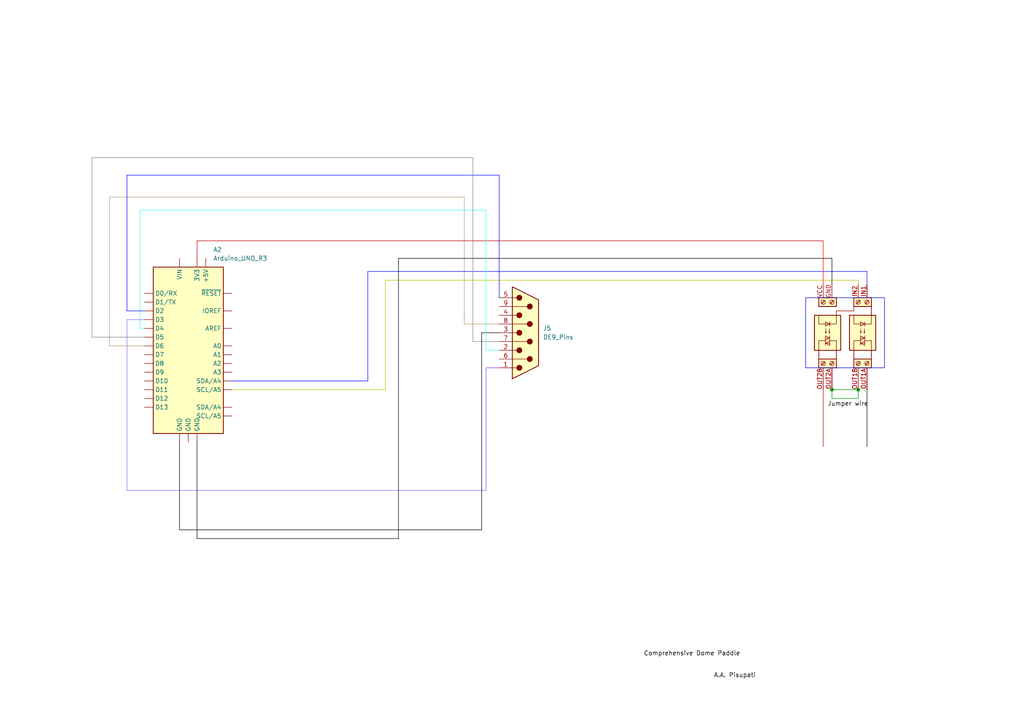
<source format=kicad_sch>
(kicad_sch (version 20250114) (generator "eeschema") (generator_version "9.0")
  (paper "A4")
  (lib_symbols
    (symbol "Arduino_UNO_R3_1" (pin_numbers (hide yes))
      (property "Reference" "A" (at -10.16 23.495 0))
      (property "Value" "Arduino_UNO_R3" (at 5.08 -26.67 0))
      (symbol "Arduino_UNO_R3_1_0_1"
        (rectangle (start -10.16 22.86) (end 10.16 -25.4) (stroke (width 0.254)) (fill (type background)))
      )
      (symbol "Arduino_UNO_R3_1_1_1"
        (pin bidirectional line (at -12.7 15.24 0) (length 2.54) (name "D0/RX") (number "15"))
        (pin bidirectional line (at -12.7 12.7 0) (length 2.54) (name "D1/TX") (number "16"))
        (pin bidirectional line (at -12.7 10.16 0) (length 2.54) (name "D2") (number "17"))
        (pin bidirectional line (at -12.7 7.62 0) (length 2.54) (name "D3") (number "18"))
        (pin bidirectional line (at -12.7 5.08 0) (length 2.54) (name "D4") (number "19"))
        (pin bidirectional line (at -12.7 2.54 0) (length 2.54) (name "D5") (number "20"))
        (pin bidirectional line (at -12.7 0 0) (length 2.54) (name "D6") (number "21"))
        (pin bidirectional line (at -12.7 -2.54 0) (length 2.54) (name "D7") (number "22"))
        (pin bidirectional line (at -12.7 -5.08 0) (length 2.54) (name "D8") (number "23"))
        (pin bidirectional line (at -12.7 -7.62 0) (length 2.54) (name "D9") (number "24"))
        (pin bidirectional line (at -12.7 -10.16 0) (length 2.54) (name "D10") (number "25"))
        (pin bidirectional line (at -12.7 -12.7 0) (length 2.54) (name "D11") (number "26"))
        (pin bidirectional line (at -12.7 -15.24 0) (length 2.54) (name "D12") (number "27"))
        (pin bidirectional line (at -12.7 -17.78 0) (length 2.54) (name "D13") (number "28"))
        (pin no_connect line (at -10.16 -20.32 0) (length 2.54) (hide yes) (name "NC") (number "1"))
        (pin power_in line (at -2.54 25.4 270) (length 2.54) (name "VIN") (number "8"))
        (pin power_in line (at -2.54 -27.94 90) (length 2.54) (name "GND") (number "29"))
        (pin power_in line (at 0 -27.94 90) (length 2.54) (name "GND") (number "6"))
        (pin power_out line (at 2.54 25.4 270) (length 2.54) (name "3V3") (number "4"))
        (pin power_in line (at 2.54 -27.94 90) (length 2.54) (name "GND") (number "7"))
        (pin power_out line (at 5.08 25.4 270) (length 2.54) (name "+5V") (number "5"))
        (pin input line (at 12.7 15.24 180) (length 2.54) (name "~{RESET}") (number "3"))
        (pin output line (at 12.7 10.16 180) (length 2.54) (name "IOREF") (number "2"))
        (pin input line (at 12.7 5.08 180) (length 2.54) (name "AREF") (number "30"))
        (pin bidirectional line (at 12.7 0 180) (length 2.54) (name "A0") (number "9"))
        (pin bidirectional line (at 12.7 -2.54 180) (length 2.54) (name "A1") (number "10"))
        (pin bidirectional line (at 12.7 -5.08 180) (length 2.54) (name "A2") (number "11"))
        (pin bidirectional line (at 12.7 -7.62 180) (length 2.54) (name "A3") (number "12"))
        (pin bidirectional line (at 12.7 -10.16 180) (length 2.54) (name "SDA/A4") (number "13"))
        (pin bidirectional line (at 12.7 -12.7 180) (length 2.54) (name "SCL/A5") (number "14"))
        (pin bidirectional line (at 12.7 -17.78 180) (length 2.54) (name "SDA/A4") (number "31"))
        (pin bidirectional line (at 12.7 -20.32 180) (length 2.54) (name "SCL/A5") (number "32"))
      )
    )
    (symbol "Connector:DE9_Pins" (pin_names (offset 1.016) (hide yes))
      (property "Reference" "J" (at 0 13.97 0))
      (property "Value" "DE9_Pins" (at 0 -14.605 0))
      (symbol "DE9_Pins_0_1"
        (polyline (pts (xy -3.81 10.16) (xy -2.54 10.16)))
        (polyline (pts (xy -3.81 7.62) (xy 0.508 7.62)))
        (polyline (pts (xy -3.81 5.08) (xy -2.54 5.08)))
        (polyline (pts (xy -3.81 2.54) (xy 0.508 2.54)))
        (polyline (pts (xy -3.81 0) (xy -2.54 0)))
        (polyline (pts (xy -3.81 -2.54) (xy 0.508 -2.54)))
        (polyline (pts (xy -3.81 -5.08) (xy -2.54 -5.08)))
        (polyline (pts (xy -3.81 -7.62) (xy 0.508 -7.62)))
        (polyline (pts (xy -3.81 -10.16) (xy -2.54 -10.16)))
        (polyline (pts (xy -3.81 -13.335) (xy -3.81 13.335) (xy 3.81 9.525) (xy 3.81 -9.525) (xy -3.81 -13.335)) (stroke (width 0.254)) (fill (type background)))
        (circle (center -1.778 10.16) (radius 0.762) (fill (type outline)))
        (circle (center -1.778 5.08) (radius 0.762) (fill (type outline)))
        (circle (center -1.778 0) (radius 0.762) (fill (type outline)))
        (circle (center -1.778 -5.08) (radius 0.762) (fill (type outline)))
        (circle (center -1.778 -10.16) (radius 0.762) (fill (type outline)))
        (circle (center 1.27 7.62) (radius 0.762) (fill (type outline)))
        (circle (center 1.27 2.54) (radius 0.762) (fill (type outline)))
        (circle (center 1.27 -2.54) (radius 0.762) (fill (type outline)))
        (circle (center 1.27 -7.62) (radius 0.762) (fill (type outline)))
      )
      (symbol "DE9_Pins_1_1"
        (pin passive line (at -7.62 10.16 0) (length 3.81) (name "5") (number "5"))
        (pin passive line (at -7.62 7.62 0) (length 3.81) (name "9") (number "9"))
        (pin passive line (at -7.62 5.08 0) (length 3.81) (name "4") (number "4"))
        (pin passive line (at -7.62 2.54 0) (length 3.81) (name "8") (number "8"))
        (pin passive line (at -7.62 0 0) (length 3.81) (name "3") (number "3"))
        (pin passive line (at -7.62 -2.54 0) (length 3.81) (name "7") (number "7"))
        (pin passive line (at -7.62 -5.08 0) (length 3.81) (name "2") (number "2"))
        (pin passive line (at -7.62 -7.62 0) (length 3.81) (name "6") (number "6"))
        (pin passive line (at -7.62 -10.16 0) (length 3.81) (name "1") (number "1"))
      )
    )
    (symbol "Connector:Screw_Terminal_01x02" (pin_names (offset 1.016) (hide yes))
      (symbol "Screw_Terminal_01x02_1_1"
        (rectangle (start -1.27 1.27) (end 1.27 -3.81) (stroke (width 0.254)) (fill (type background)))
        (polyline (pts (xy -0.5334 0.3302) (xy 0.3302 -0.508)) (stroke (width 0.1524)))
        (polyline (pts (xy -0.5334 -2.2098) (xy 0.3302 -3.048)) (stroke (width 0.1524)))
        (polyline (pts (xy -0.3556 0.508) (xy 0.508 -0.3302)) (stroke (width 0.1524)))
        (polyline (pts (xy -0.3556 -2.032) (xy 0.508 -2.8702)) (stroke (width 0.1524)))
        (circle (center 0 0) (radius 0.635) (stroke (width 0.1524)))
        (circle (center 0 -2.54) (radius 0.635) (stroke (width 0.1524)))
        (pin passive line (at -7.62 0 0) (length 6.35) (name "Output_1B") (number "OUT1B"))
        (pin passive line (at -7.62 -2.54 0) (length 6.35) (name "Output_1A") (number "OUT1A"))
      )
    )
    (symbol "Relay_SolidState:S102S01"
      (symbol "S102S01_0_1"
        (rectangle (start -5.08 3.81) (end 5.08 -3.81) (stroke (width 0.254)) (fill (type background)))
        (polyline (pts (xy -5.08 2.54) (xy -2.54 2.54) (xy -2.54 -2.54) (xy -5.08 -2.54)))
        (polyline (pts (xy -3.175 -0.635) (xy -1.905 -0.635)))
        (polyline (pts (xy -2.54 -0.635) (xy -3.175 0.635) (xy -1.905 0.635) (xy -2.54 -0.635)))
        (polyline (pts (xy -1.143 0.508) (xy 0.127 0.508) (xy -0.254 0.381) (xy -0.254 0.635) (xy 0.127 0.508)))
        (polyline (pts (xy -1.143 -0.508) (xy 0.127 -0.508) (xy -0.254 -0.635) (xy -0.254 -0.381) (xy 0.127 -0.508)))
        (polyline (pts (xy 0.889 -0.635) (xy 3.683 -0.635) (xy 3.048 0.635) (xy 2.413 -0.635)))
        (polyline (pts (xy 1.524 -0.635) (xy 1.524 0.635)))
        (polyline (pts (xy 2.286 0.635) (xy 2.286 2.54) (xy 5.08 2.54)))
        (polyline (pts (xy 2.286 -0.635) (xy 2.286 -2.54) (xy 5.08 -2.54)))
        (polyline (pts (xy 3.048 0.635) (xy 3.048 -0.635)))
        (polyline (pts (xy 3.683 0.635) (xy 0.889 0.635) (xy 1.524 -0.635) (xy 2.159 0.635)))
      )
      (symbol "S102S01_1_1"
        (pin passive line (at 7.62 2.54 180) (length 2.54) (name "~") (number ""))
        (pin passive line (at 7.62 -2.54 180) (length 2.54) (name "~") (number ""))
      )
    )
    (symbol "S102S01_1"
      (symbol "S102S01_1_0_1"
        (rectangle (start -5.08 3.81) (end 5.08 -3.81) (stroke (width 0.254)) (fill (type background)))
        (polyline (pts (xy -5.08 2.54) (xy -2.54 2.54) (xy -2.54 -2.54) (xy -5.08 -2.54)))
        (polyline (pts (xy -3.175 -0.635) (xy -1.905 -0.635)))
        (polyline (pts (xy -2.54 -0.635) (xy -3.175 0.635) (xy -1.905 0.635) (xy -2.54 -0.635)))
        (polyline (pts (xy -1.143 0.508) (xy 0.127 0.508) (xy -0.254 0.381) (xy -0.254 0.635) (xy 0.127 0.508)))
        (polyline (pts (xy -1.143 -0.508) (xy 0.127 -0.508) (xy -0.254 -0.635) (xy -0.254 -0.381) (xy 0.127 -0.508)))
        (polyline (pts (xy 0.889 -0.635) (xy 3.683 -0.635) (xy 3.048 0.635) (xy 2.413 -0.635)))
        (polyline (pts (xy 1.524 -0.635) (xy 1.524 0.635)))
        (polyline (pts (xy 2.286 0.635) (xy 2.286 2.54) (xy 5.08 2.54)))
        (polyline (pts (xy 2.286 -0.635) (xy 2.286 -2.54) (xy 5.08 -2.54)))
        (polyline (pts (xy 3.048 0.635) (xy 3.048 -0.635)))
        (polyline (pts (xy 3.683 0.635) (xy 0.889 0.635) (xy 1.524 -0.635) (xy 2.159 0.635)))
      )
      (symbol "S102S01_1_1_1"
        (pin passive line (at -7.62 -2.54 0) (length 2.54) (name "~") (number ""))
        (pin passive line (at 7.62 2.54 180) (length 2.54) (name "~") (number ""))
        (pin passive line (at 7.62 -2.54 180) (length 2.54) (name "~") (number ""))
      )
    )
    (symbol "Screw_Terminal_01x02_1" (pin_names (offset 1.016) (hide yes))
      (symbol "Screw_Terminal_01x02_1_1_1"
        (rectangle (start -1.27 1.27) (end 1.27 -3.81) (stroke (width 0.254)) (fill (type background)))
        (polyline (pts (xy -0.5334 0.3302) (xy 0.3302 -0.508)) (stroke (width 0.1524)))
        (polyline (pts (xy -0.5334 -2.2098) (xy 0.3302 -3.048)) (stroke (width 0.1524)))
        (polyline (pts (xy -0.3556 0.508) (xy 0.508 -0.3302)) (stroke (width 0.1524)))
        (polyline (pts (xy -0.3556 -2.032) (xy 0.508 -2.8702)) (stroke (width 0.1524)))
        (circle (center 0 0) (radius 0.635) (stroke (width 0.1524)))
        (circle (center 0 -2.54) (radius 0.635) (stroke (width 0.1524)))
        (pin passive line (at -5.08 0 0) (length 3.81) (name "Input_1") (number "IN1"))
        (pin passive line (at -5.08 -2.54 0) (length 3.81) (name "Input_2") (number "IN2"))
      )
    )
    (symbol "Screw_Terminal_01x02_2" (pin_names (offset 1.016) (hide yes))
      (symbol "Screw_Terminal_01x02_2_1_1"
        (rectangle (start -1.27 1.27) (end 1.27 -3.81) (stroke (width 0.254)) (fill (type background)))
        (polyline (pts (xy -0.5334 0.3302) (xy 0.3302 -0.508)) (stroke (width 0.1524)))
        (polyline (pts (xy -0.5334 -2.2098) (xy 0.3302 -3.048)) (stroke (width 0.1524)))
        (polyline (pts (xy -0.3556 0.508) (xy 0.508 -0.3302)) (stroke (width 0.1524)))
        (polyline (pts (xy -0.3556 -2.032) (xy 0.508 -2.8702)) (stroke (width 0.1524)))
        (circle (center 0 0) (radius 0.635) (stroke (width 0.1524)))
        (circle (center 0 -2.54) (radius 0.635) (stroke (width 0.1524)))
        (pin passive line (at -5.08 0 0) (length 3.81) (name "Ground") (number "GND"))
        (pin passive line (at -5.08 -2.54 0) (length 3.81) (name "Voltage") (number "VCC"))
      )
    )
    (symbol "Screw_Terminal_01x02_3" (pin_names (offset 1.016) (hide yes))
      (symbol "Screw_Terminal_01x02_3_1_1"
        (rectangle (start -1.27 1.27) (end 1.27 -3.81) (stroke (width 0.254)) (fill (type background)))
        (polyline (pts (xy -0.5334 0.3302) (xy 0.3302 -0.508)) (stroke (width 0.1524)))
        (polyline (pts (xy -0.5334 -2.2098) (xy 0.3302 -3.048)) (stroke (width 0.1524)))
        (polyline (pts (xy -0.3556 0.508) (xy 0.508 -0.3302)) (stroke (width 0.1524)))
        (polyline (pts (xy -0.3556 -2.032) (xy 0.508 -2.8702)) (stroke (width 0.1524)))
        (circle (center 0 0) (radius 0.635) (stroke (width 0.1524)))
        (circle (center 0 -2.54) (radius 0.635) (stroke (width 0.1524)))
        (pin passive line (at -7.62 0 0) (length 6.35) (name "Output_2B") (number "OUT2B"))
        (pin passive line (at -7.62 -2.54 0) (length 6.35) (name "Output_2A") (number "OUT2A"))
      )
    )
  )
  (rectangle (start 134.62 92.71) (end 134.62 92.71))
  (rectangle (start 233.68 86.36) (end 256.54 106.68))
  (junction (at 241.3 113.03))
  (junction (at 248.92 113.03))
  (wire (pts (xy 242.57 90.17) (xy 247.65 90.17)) (stroke (width 0) (color 132 0 0 1)))
  (wire (pts (xy 242.57 90.17) (xy 242.57 91.44)) (stroke (width 0) (color 132 0 0 1)))
  (wire (pts (xy 247.65 88.9) (xy 247.65 90.17)) (stroke (width 0) (color 132 0 0 1)))
  (wire (pts (xy 111.76 81.28) (xy 111.76 113.03)) (stroke (width 0) (color 194 194 0 1)))
  (wire (pts (xy 52.07 153.67) (xy 52.07 128.27)) (stroke (width 0) (color 0 0 0 1)))
  (wire (pts (xy 41.91 95.25) (xy 40.64 95.25)) (stroke (width 0) (color 57 255 244 1)))
  (wire (pts (xy 139.7 96.52) (xy 139.7 153.67)) (stroke (width 0) (color 0 0 0 1)))
  (wire (pts (xy 57.15 156.21) (xy 57.15 128.27)) (stroke (width 0) (color 0 0 0 1)))
  (wire (pts (xy 241.3 115.57) (xy 248.92 115.57)))
  (wire (pts (xy 140.97 101.6) (xy 144.78 101.6)) (stroke (width 0) (color 57 255 244 1)))
  (wire (pts (xy 251.46 78.74) (xy 106.68 78.74)) (stroke (width 0) (color 0 0 255 1)))
  (wire (pts (xy 238.76 113.03) (xy 238.76 129.54)) (stroke (width 0) (color 194 0 0 1)))
  (wire (pts (xy 57.15 69.85) (xy 238.76 69.85)) (stroke (width 0) (color 194 0 0 1)))
  (wire (pts (xy 139.7 153.67) (xy 52.07 153.67)) (stroke (width 0) (color 0 0 0 1)))
  (wire (pts (xy 241.3 74.93) (xy 241.3 82.55)) (stroke (width 0) (color 0 0 0 1)))
  (wire (pts (xy 36.83 90.17) (xy 36.83 50.8)) (stroke (width 0) (color 0 0 255 1)))
  (wire (pts (xy 40.64 95.25) (xy 40.64 60.96)) (stroke (width 0) (color 57 255 244 1)))
  (wire (pts (xy 40.64 60.96) (xy 140.97 60.96)) (stroke (width 0) (color 57 255 244 1)))
  (wire (pts (xy 238.76 69.85) (xy 238.76 82.55)) (stroke (width 0) (color 255 0 0 1)))
  (wire (pts (xy 139.7 96.52) (xy 144.78 96.52)) (stroke (width 0) (color 0 0 0 1)))
  (wire (pts (xy 248.92 81.28) (xy 111.76 81.28)) (stroke (width 0) (color 194 194 0 1)))
  (wire (pts (xy 115.57 74.93) (xy 115.57 156.21)) (stroke (width 0) (color 0 0 0 1)))
  (wire (pts (xy 67.31 110.49) (xy 106.68 110.49)) (stroke (width 0) (color 0 0 255 1)))
  (wire (pts (xy 36.83 142.24) (xy 140.97 142.24)) (stroke (width 0) (color 141 101 255 1)))
  (wire (pts (xy 41.91 90.17) (xy 36.83 90.17)) (stroke (width 0) (color 0 0 255 1)))
  (wire (pts (xy 41.91 97.79) (xy 26.67 97.79)) (stroke (width 0) (color 132 132 132 1)))
  (wire (pts (xy 251.46 78.74) (xy 251.46 82.55)) (stroke (width 0) (color 0 0 255 1)))
  (wire (pts (xy 241.3 113.03) (xy 248.92 113.03)))
  (wire (pts (xy 31.75 100.33) (xy 31.75 57.15)) (stroke (width 0.0762) (color 128 77 0 1)))
  (wire (pts (xy 140.97 142.24) (xy 140.97 106.68)) (stroke (width 0) (color 139 72 255 1)))
  (wire (pts (xy 251.46 113.03) (xy 251.46 129.54)) (stroke (width 0) (color 0 0 0 1)))
  (wire (pts (xy 31.75 57.15) (xy 134.62 57.15)) (stroke (width 0.0762) (color 128 77 0 1)))
  (wire (pts (xy 134.62 93.98) (xy 144.78 93.98)) (stroke (width 0.0762) (color 128 77 0 1)))
  (wire (pts (xy 144.78 50.8) (xy 144.78 86.36)) (stroke (width 0) (color 0 0 255 1)))
  (wire (pts (xy 57.15 74.93) (xy 57.15 69.85)) (stroke (width 0) (color 194 0 0 1)))
  (wire (pts (xy 106.68 78.74) (xy 106.68 110.49)) (stroke (width 0) (color 0 0 255 1)))
  (wire (pts (xy 140.97 106.68) (xy 144.78 106.68)) (stroke (width 0) (color 149 58 255 1)))
  (wire (pts (xy 248.92 81.28) (xy 248.92 82.55)) (stroke (width 0) (color 194 194 0 1)))
  (wire (pts (xy 134.62 57.15) (xy 134.62 93.98)) (stroke (width 0.0762) (color 128 77 0 1)))
  (wire (pts (xy 241.3 74.93) (xy 115.57 74.93)) (stroke (width 0) (color 0 0 0 1)))
  (wire (pts (xy 41.91 92.71) (xy 36.83 92.71)) (stroke (width 0) (color 141 101 255 1)))
  (wire (pts (xy 26.67 97.79) (xy 26.67 45.72)) (stroke (width 0) (color 132 132 132 1)))
  (wire (pts (xy 26.67 45.72) (xy 137.16 45.72)) (stroke (width 0) (color 132 132 132 1)))
  (wire (pts (xy 41.91 100.33) (xy 31.75 100.33)) (stroke (width 0.0762) (color 128 77 0 1)))
  (wire (pts (xy 137.16 99.06) (xy 144.78 99.06)) (stroke (width 0) (color 132 132 132 1)))
  (wire (pts (xy 140.97 60.96) (xy 140.97 101.6)) (stroke (width 0) (color 57 255 244 1)))
  (wire (pts (xy 241.3 113.03) (xy 241.3 115.57)))
  (wire (pts (xy 248.92 115.57) (xy 248.92 113.03)))
  (wire (pts (xy 137.16 45.72) (xy 137.16 99.06)) (stroke (width 0) (color 132 132 132 1)))
  (wire (pts (xy 36.83 50.8) (xy 144.78 50.8)) (stroke (width 0) (color 0 0 255 1)))
  (wire (pts (xy 36.83 92.71) (xy 36.83 142.24)) (stroke (width 0) (color 141 101 255 1)))
  (wire (pts (xy 115.57 156.21) (xy 57.15 156.21)) (stroke (width 0) (color 0 0 0 1)))
  (wire (pts (xy 111.76 113.03) (xy 67.31 113.03)) (stroke (width 0) (color 194 194 0 1)))
  (label "A.A. Pisupati" (at 207.01 196.85 0))
  (label "Jumper wire" (at 240.03 118.11 0))
  (label "" (at 251.46 120.65 0))
  (label "Comprehensive Dome Paddle" (at 186.69 190.5 0))
  (label "" (at 251.46 119.38 0))
  (symbol (lib_name "Arduino_UNO_R3_1") (lib_id "MCU_Module:Arduino_UNO_R3") (at 54.61 100.33 0) (unit 1)
    (property "Reference" "A2" (at 61.8333 72.39 0) (effects (justify left)))
    (property "Value" "Arduino_UNO_R3" (at 61.8333 74.93 0) (effects (justify left)))
    (property "Footprint" "Module:Arduino_UNO_R3" (effects (hide yes)))
    (property "Datasheet" "https://www.arduino.cc/en/Main/arduinoBoardUno" (effects (hide yes)))
    (property "Description" "Arduino UNO Microcontroller Module, release 3" (effects (hide yes)))
  )
  (symbol (lib_name "S102S01_1") (lib_id "Relay_SolidState:S102S01") (at 250.19 96.52 90) (mirror x) (unit 1)
    (property "Reference" "U2" (effects (hide yes)))
    (property "Value" "S102S01" (effects (hide yes)))
    (property "Footprint" "Package_SIP:SIP4_Sharp-SSR_P7.62mm_Straight" (effects (hide yes)))
    (property "Datasheet" "http://www.sharp-world.com/products/device/lineup/data/pdf/datasheet/s102s01_e.pdf" (effects (hide yes)))
    (property "Description" "Random Phase Opto-Triac, Vdrm 400V, Ift 8mA, IT 8A" (effects (hide yes)))
  )
  (symbol (lib_name "Screw_Terminal_01x02_2") (lib_id "Connector:Screw_Terminal_01x02") (at 241.3 87.63 270) (unit 1)
    (property "Reference" "J1" (effects (hide yes)))
    (property "Value" "Screw_Terminal_01x02" (effects (hide yes)))
    (property "Description" "Generic screw terminal, single row, 01x02, script generated (kicad-library-utils/schlib/autogen/connector/)" (effects (hide yes)))
  )
  (symbol (lib_id "Connector:DE9_Pins") (at 152.4 96.52 0) (unit 1)
    (property "Reference" "J5" (at 157.48 95.2499 0) (effects (justify left)))
    (property "Value" "DE9_Pins" (at 157.48 97.7899 0) (effects (justify left)))
    (property "Description" "9-pin D-SUB connector, pins (male)" (effects (hide yes)))
  )
  (symbol (lib_id "Relay_SolidState:S102S01") (at 240.03 96.52 90) (mirror x) (unit 1)
    (property "Reference" "U1" (effects (hide yes)))
    (property "Value" "S102S01" (effects (hide yes)))
    (property "Footprint" "Package_SIP:SIP4_Sharp-SSR_P7.62mm_Straight" (effects (hide yes)))
    (property "Datasheet" "http://www.sharp-world.com/products/device/lineup/data/pdf/datasheet/s102s01_e.pdf" (effects (hide yes)))
    (property "Description" "Random Phase Opto-Triac, Vdrm 400V, Ift 8mA, IT 8A" (effects (hide yes)))
  )
  (symbol (lib_name "Screw_Terminal_01x02_3") (lib_id "Connector:Screw_Terminal_01x02") (at 238.76 105.41 90) (unit 1)
    (property "Reference" "J3" (effects (hide yes)))
    (property "Value" "Screw_Terminal_01x02" (effects (hide yes)))
    (property "Description" "Generic screw terminal, single row, 01x02, script generated (kicad-library-utils/schlib/autogen/connector/)" (effects (hide yes)))
  )
  (symbol (lib_id "Connector:Screw_Terminal_01x02") (at 248.92 105.41 90) (unit 1)
    (property "Reference" "J4" (effects (hide yes)))
    (property "Value" "Screw_Terminal_01x02" (effects (hide yes)))
    (property "Description" "Generic screw terminal, single row, 01x02, script generated (kicad-library-utils/schlib/autogen/connector/)" (effects (hide yes)))
  )
  (symbol (lib_name "Screw_Terminal_01x02_1") (lib_id "Connector:Screw_Terminal_01x02") (at 251.46 87.63 270) (unit 1)
    (property "Reference" "J2" (effects (hide yes)))
    (property "Value" "Screw_Terminal_01x02" (effects (hide yes)))
    (property "Description" "Generic screw terminal, single row, 01x02, script generated (kicad-library-utils/schlib/autogen/connector/)" (effects (hide yes)))
  )
)
</source>
